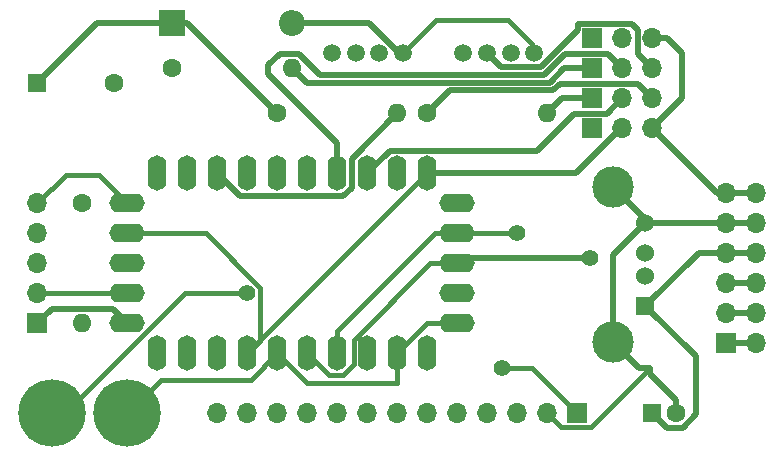
<source format=gbr>
G04 #@! TF.GenerationSoftware,KiCad,Pcbnew,5.1.7-a382d34a8~87~ubuntu20.04.1*
G04 #@! TF.CreationDate,2021-01-14T17:18:01+09:00*
G04 #@! TF.ProjectId,AKBONE2020LGT8F,414b424f-4e45-4323-9032-304c47543846,rev?*
G04 #@! TF.SameCoordinates,Original*
G04 #@! TF.FileFunction,Copper,L2,Bot*
G04 #@! TF.FilePolarity,Positive*
%FSLAX46Y46*%
G04 Gerber Fmt 4.6, Leading zero omitted, Abs format (unit mm)*
G04 Created by KiCad (PCBNEW 5.1.7-a382d34a8~87~ubuntu20.04.1) date 2021-01-14 17:18:01*
%MOMM*%
%LPD*%
G01*
G04 APERTURE LIST*
G04 #@! TA.AperFunction,ComponentPad*
%ADD10R,1.600000X1.600000*%
G04 #@! TD*
G04 #@! TA.AperFunction,ComponentPad*
%ADD11C,1.600000*%
G04 #@! TD*
G04 #@! TA.AperFunction,ComponentPad*
%ADD12R,2.200000X2.200000*%
G04 #@! TD*
G04 #@! TA.AperFunction,ComponentPad*
%ADD13O,2.200000X2.200000*%
G04 #@! TD*
G04 #@! TA.AperFunction,ComponentPad*
%ADD14R,1.700000X1.700000*%
G04 #@! TD*
G04 #@! TA.AperFunction,ComponentPad*
%ADD15O,1.700000X1.700000*%
G04 #@! TD*
G04 #@! TA.AperFunction,ComponentPad*
%ADD16C,3.500000*%
G04 #@! TD*
G04 #@! TA.AperFunction,ComponentPad*
%ADD17R,1.524000X1.524000*%
G04 #@! TD*
G04 #@! TA.AperFunction,ComponentPad*
%ADD18C,1.524000*%
G04 #@! TD*
G04 #@! TA.AperFunction,ComponentPad*
%ADD19C,1.500000*%
G04 #@! TD*
G04 #@! TA.AperFunction,ComponentPad*
%ADD20O,1.600000X3.000000*%
G04 #@! TD*
G04 #@! TA.AperFunction,ComponentPad*
%ADD21O,3.000000X1.600000*%
G04 #@! TD*
G04 #@! TA.AperFunction,ComponentPad*
%ADD22C,5.700000*%
G04 #@! TD*
G04 #@! TA.AperFunction,ComponentPad*
%ADD23O,1.600000X1.600000*%
G04 #@! TD*
G04 #@! TA.AperFunction,ViaPad*
%ADD24C,1.399540*%
G04 #@! TD*
G04 #@! TA.AperFunction,Conductor*
%ADD25C,0.381000*%
G04 #@! TD*
G04 #@! TA.AperFunction,Conductor*
%ADD26C,0.508000*%
G04 #@! TD*
G04 APERTURE END LIST*
D10*
X224790000Y-123190000D03*
D11*
X226790000Y-123190000D03*
D12*
X184150000Y-90170000D03*
D13*
X194310000Y-90170000D03*
D14*
X172720000Y-115570000D03*
D15*
X172720000Y-113030000D03*
X172720000Y-110490000D03*
X172720000Y-107950000D03*
X172720000Y-105410000D03*
D14*
X218440000Y-123190000D03*
D15*
X215900000Y-123190000D03*
X213360000Y-123190000D03*
X210820000Y-123190000D03*
X208280000Y-123190000D03*
X205740000Y-123190000D03*
X203200000Y-123190000D03*
X200660000Y-123190000D03*
X198120000Y-123190000D03*
X195580000Y-123190000D03*
X193040000Y-123190000D03*
X190500000Y-123190000D03*
X187960000Y-123190000D03*
D16*
X221500000Y-104000000D03*
X221500000Y-117140000D03*
D17*
X224210000Y-114070000D03*
D18*
X224210000Y-111570000D03*
X224210000Y-109570000D03*
X224210000Y-107070000D03*
D14*
X219710000Y-99060000D03*
D15*
X222250000Y-99060000D03*
X224790000Y-99060000D03*
X224790000Y-96520000D03*
X222250000Y-96520000D03*
D14*
X219710000Y-96520000D03*
D19*
X197660000Y-92710000D03*
X199660000Y-92710000D03*
X201660000Y-92710000D03*
X203660000Y-92710000D03*
D20*
X182880000Y-118110000D03*
X185420000Y-118110000D03*
X187960000Y-118110000D03*
X190500000Y-118110000D03*
X193040000Y-118110000D03*
X195580000Y-118110000D03*
X198120000Y-118110000D03*
X200660000Y-118110000D03*
X203200000Y-118110000D03*
X205740000Y-118110000D03*
D21*
X208280000Y-115570000D03*
X208280000Y-113030000D03*
X208280000Y-110490000D03*
X208280000Y-107950000D03*
X208280000Y-105410000D03*
D20*
X205740000Y-102870000D03*
X203200000Y-102870000D03*
X200660000Y-102870000D03*
X198120000Y-102870000D03*
X195580000Y-102870000D03*
X193040000Y-102870000D03*
X190500000Y-102870000D03*
X187960000Y-102870000D03*
X185420000Y-102870000D03*
X182880000Y-102870000D03*
D21*
X180340000Y-105410000D03*
X180340000Y-107950000D03*
X180340000Y-110490000D03*
X180340000Y-113030000D03*
X180340000Y-115570000D03*
D14*
X231000000Y-117200000D03*
D15*
X233540000Y-117200000D03*
X231000000Y-114660000D03*
X233540000Y-114660000D03*
X231000000Y-112120000D03*
X233540000Y-112120000D03*
X231000000Y-109580000D03*
X233540000Y-109580000D03*
X231000000Y-107040000D03*
X233540000Y-107040000D03*
X231000000Y-104500000D03*
X233540000Y-104500000D03*
D10*
X172720000Y-95250000D03*
D11*
X179220000Y-95250000D03*
D22*
X173990000Y-123190000D03*
X180340000Y-123190000D03*
D14*
X219710000Y-93980000D03*
D15*
X222250000Y-93980000D03*
X224790000Y-93980000D03*
X224790000Y-91440000D03*
X222250000Y-91440000D03*
D14*
X219710000Y-91440000D03*
D19*
X208788000Y-92710000D03*
X210788000Y-92710000D03*
X212788000Y-92710000D03*
X214788000Y-92710000D03*
D23*
X176530000Y-115570000D03*
D11*
X176530000Y-105410000D03*
X205740000Y-97790000D03*
D23*
X215900000Y-97790000D03*
X203200000Y-97790000D03*
D11*
X193040000Y-97790000D03*
X184150000Y-93980000D03*
D23*
X194310000Y-93980000D03*
D24*
X212090000Y-119380000D03*
X190500000Y-113030000D03*
X213360000Y-107950000D03*
X219500000Y-110000000D03*
D25*
X219562401Y-124380501D02*
X224620000Y-119322902D01*
X217090501Y-124380501D02*
X219562401Y-124380501D01*
X215900000Y-123190000D02*
X217090501Y-124380501D01*
X205740000Y-115570000D02*
X208280000Y-115570000D01*
X203200000Y-118110000D02*
X205740000Y-115570000D01*
X203200000Y-118110000D02*
X203200000Y-120650000D01*
X195580000Y-120650000D02*
X193040000Y-118110000D01*
X203200000Y-120650000D02*
X195580000Y-120650000D01*
X183189999Y-120340001D02*
X180340000Y-123190000D01*
X190809999Y-120340001D02*
X183189999Y-120340001D01*
X193040000Y-118110000D02*
X190809999Y-120340001D01*
X177929499Y-102999499D02*
X180340000Y-105410000D01*
X175130501Y-102999499D02*
X177929499Y-102999499D01*
X172720000Y-105410000D02*
X175130501Y-102999499D01*
X214630000Y-91916365D02*
X214630000Y-92710000D01*
X212583134Y-89869499D02*
X214630000Y-91916365D01*
X206500501Y-89869499D02*
X212583134Y-89869499D01*
X203660000Y-92710000D02*
X206500501Y-89869499D01*
D26*
X203367922Y-92710000D02*
X203660000Y-92710000D01*
X200827922Y-90170000D02*
X203367922Y-92710000D01*
X194310000Y-90170000D02*
X200827922Y-90170000D01*
X233540000Y-107040000D02*
X231000000Y-107040000D01*
X224240000Y-107040000D02*
X224210000Y-107070000D01*
X231000000Y-107040000D02*
X224240000Y-107040000D01*
X224210000Y-106710000D02*
X221500000Y-104000000D01*
X224210000Y-107070000D02*
X224210000Y-106710000D01*
X221500000Y-109780000D02*
X221500000Y-117140000D01*
X224210000Y-107070000D02*
X221500000Y-109780000D01*
X224620000Y-119888630D02*
X224620000Y-119322902D01*
X226790000Y-122058630D02*
X224620000Y-119888630D01*
X226790000Y-123190000D02*
X226790000Y-122058630D01*
X223682902Y-119322902D02*
X221500000Y-117140000D01*
X224620000Y-119322902D02*
X223682902Y-119322902D01*
X224790000Y-91440000D02*
X226060000Y-91440000D01*
X226060000Y-91440000D02*
X227330000Y-92710000D01*
X227330000Y-96520000D02*
X224790000Y-99060000D01*
X227330000Y-92710000D02*
X227330000Y-96520000D01*
X230230000Y-104500000D02*
X231000000Y-104500000D01*
X224790000Y-99060000D02*
X230230000Y-104500000D01*
X233540000Y-104500000D02*
X231000000Y-104500000D01*
X173924001Y-114365999D02*
X172720000Y-115570000D01*
X179135999Y-114365999D02*
X173924001Y-114365999D01*
X180340000Y-115570000D02*
X179135999Y-114365999D01*
D25*
X172720000Y-113030000D02*
X180340000Y-113030000D01*
D26*
X233540000Y-109580000D02*
X231000000Y-109580000D01*
X228700000Y-109580000D02*
X224210000Y-114070000D01*
X231000000Y-109580000D02*
X228700000Y-109580000D01*
X227367921Y-124394001D02*
X228500000Y-123261922D01*
X225994001Y-124394001D02*
X227367921Y-124394001D01*
X224790000Y-123190000D02*
X225994001Y-124394001D01*
X228500000Y-118360000D02*
X224210000Y-114070000D01*
X228500000Y-123261922D02*
X228500000Y-118360000D01*
X222250000Y-93980000D02*
X220995999Y-92725999D01*
X220995999Y-92725999D02*
X217407999Y-92725999D01*
X215611986Y-94522012D02*
X196630012Y-94522012D01*
X217407999Y-92725999D02*
X215611986Y-94522012D01*
X194883999Y-92775999D02*
X193228001Y-92775999D01*
X196630012Y-94522012D02*
X194883999Y-92775999D01*
X193228001Y-92775999D02*
X192278000Y-93726000D01*
X192278000Y-93726000D02*
X192278000Y-94488000D01*
X198120000Y-100330000D02*
X198120000Y-102870000D01*
X192278000Y-94488000D02*
X198120000Y-100330000D01*
D25*
X218440000Y-123190000D02*
X214630000Y-119380000D01*
X214630000Y-119380000D02*
X212090000Y-119380000D01*
X206921000Y-102870000D02*
X205740000Y-102870000D01*
X190500000Y-118110000D02*
X205740000Y-102870000D01*
X190500000Y-118110000D02*
X191540272Y-117069728D01*
X191540272Y-117069728D02*
X191540272Y-112530668D01*
X191540272Y-112530668D02*
X186959604Y-107950000D01*
X182221000Y-107950000D02*
X180340000Y-107950000D01*
X186959604Y-107950000D02*
X182221000Y-107950000D01*
D26*
X222137202Y-99060000D02*
X222250000Y-99060000D01*
X218327202Y-102870000D02*
X222137202Y-99060000D01*
X205740000Y-102870000D02*
X218327202Y-102870000D01*
X220964001Y-97805999D02*
X218170001Y-97805999D01*
X222250000Y-96520000D02*
X220964001Y-97805999D01*
X202564010Y-100965990D02*
X200660000Y-102870000D01*
X215010010Y-100965990D02*
X202564010Y-100965990D01*
X218170001Y-97805999D02*
X215010010Y-100965990D01*
D25*
X173990000Y-123190000D02*
X175032924Y-123190000D01*
X175032924Y-123190000D02*
X185192924Y-113030000D01*
X185192924Y-113030000D02*
X190500000Y-113030000D01*
D26*
X203200000Y-97790000D02*
X199324010Y-101665990D01*
X199324010Y-101665990D02*
X199324010Y-104068717D01*
X199324010Y-104068717D02*
X198618717Y-104774010D01*
X189864010Y-104774010D02*
X187960000Y-102870000D01*
X198618717Y-104774010D02*
X189864010Y-104774010D01*
X233540000Y-117200000D02*
X231000000Y-117200000D01*
D25*
X213360000Y-107950000D02*
X208280000Y-107950000D01*
X198120000Y-118110000D02*
X198120000Y-116229000D01*
X198120000Y-116229000D02*
X206399000Y-107950000D01*
X206399000Y-107950000D02*
X208280000Y-107950000D01*
D26*
X233540000Y-114660000D02*
X231000000Y-114660000D01*
D25*
X205967076Y-110490000D02*
X208280000Y-110490000D01*
X199519490Y-116937586D02*
X205967076Y-110490000D01*
X199519490Y-119023434D02*
X199519490Y-116937586D01*
X198592414Y-119950510D02*
X199519490Y-119023434D01*
X197420510Y-119950510D02*
X198592414Y-119950510D01*
X195580000Y-118110000D02*
X197420510Y-119950510D01*
D26*
X233540000Y-112120000D02*
X231000000Y-112120000D01*
X208770000Y-110000000D02*
X208280000Y-110490000D01*
X219500000Y-110000000D02*
X208770000Y-110000000D01*
X177800000Y-90170000D02*
X184150000Y-90170000D01*
X172720000Y-95250000D02*
X177800000Y-90170000D01*
X185420000Y-90170000D02*
X193040000Y-97790000D01*
X184150000Y-90170000D02*
X185420000Y-90170000D01*
X207691966Y-95838034D02*
X205740000Y-97790000D01*
X216983137Y-95265999D02*
X216411102Y-95838034D01*
X223535999Y-95265999D02*
X216983137Y-95265999D01*
X216411102Y-95838034D02*
X207691966Y-95838034D01*
X224790000Y-96520000D02*
X223535999Y-95265999D01*
X217170000Y-96520000D02*
X215900000Y-97790000D01*
X219710000Y-96520000D02*
X217170000Y-96520000D01*
X217338568Y-93980000D02*
X219710000Y-93980000D01*
X216138545Y-95180023D02*
X217338568Y-93980000D01*
X195510023Y-95180023D02*
X216138545Y-95180023D01*
X194310000Y-93980000D02*
X195510023Y-95180023D01*
X215373441Y-93829989D02*
X218455999Y-90747433D01*
X218536799Y-90185999D02*
X223027999Y-90185999D01*
X215085431Y-93864001D02*
X215119443Y-93829989D01*
X215119443Y-93829989D02*
X215373441Y-93829989D01*
X223027999Y-90185999D02*
X223535999Y-90693999D01*
X223535999Y-90693999D02*
X223535999Y-92725999D01*
X211942001Y-93864001D02*
X215085431Y-93864001D01*
X210788000Y-92710000D02*
X211942001Y-93864001D01*
X218455999Y-90747433D02*
X218455999Y-90266799D01*
X218455999Y-90266799D02*
X218536799Y-90185999D01*
X223535999Y-92725999D02*
X224790000Y-93980000D01*
M02*

</source>
